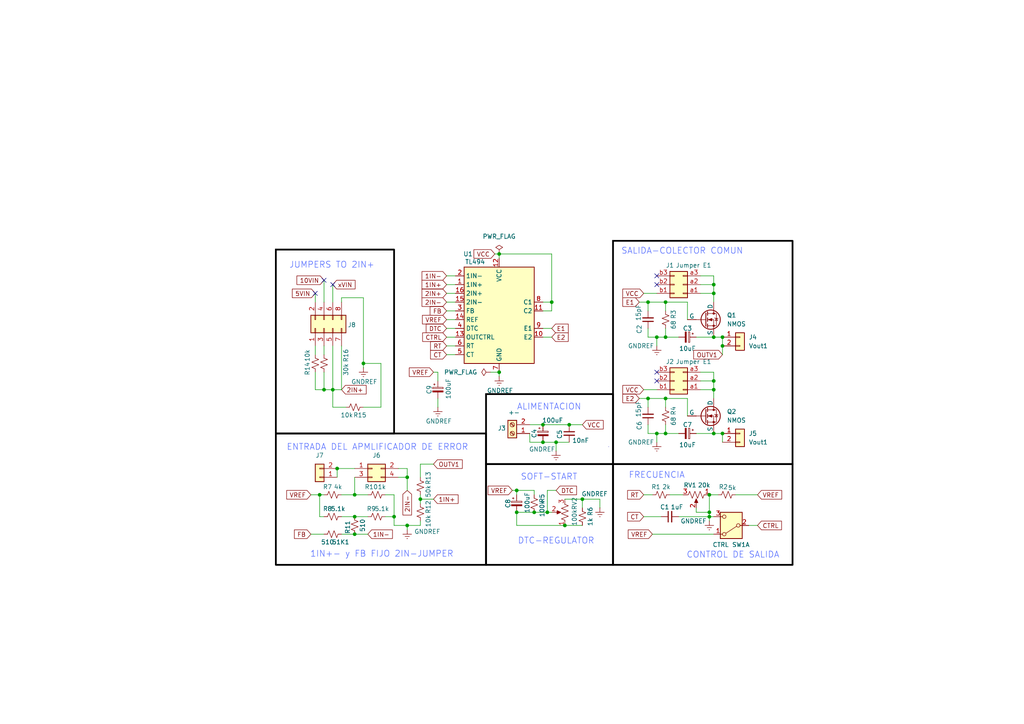
<source format=kicad_sch>
(kicad_sch (version 20231120) (generator "eeschema") (generator_version "8.0")
  (paper "A4")
  (lib_symbols
    (symbol "Connector:Screw_Terminal_01x02" (pin_names (offset 1.016) hide)
      (property "Reference" "J" (at 0 2.54 0))
      (property "Value" "Screw_Terminal_01x02" (at 0 -5.08 0))
      (symbol "Screw_Terminal_01x02_1_1"
        (rectangle (start -1.27 1.27) (end 1.27 -3.81) (stroke (width 0.254)) (fill (type background)))
        (circle (center 0 -2.54) (radius 0.635) (stroke (width 0.1524)))
        (polyline (pts (xy -0.5334 -2.2098) (xy 0.3302 -3.048)) (stroke (width 0.1524)))
        (polyline (pts (xy -0.5334 0.3302) (xy 0.3302 -0.508)) (stroke (width 0.1524)))
        (polyline (pts (xy -0.3556 -2.032) (xy 0.508 -2.8702)) (stroke (width 0.1524)))
        (polyline (pts (xy -0.3556 0.508) (xy 0.508 -0.3302)) (stroke (width 0.1524)))
        (circle (center 0 0) (radius 0.635) (stroke (width 0.1524)))
        (pin passive line (at -5.08 0 0) (length 3.81) (name "Pin_1") (number "1"))
        (pin passive line (at -5.08 -2.54 0) (length 3.81) (name "Pin_2") (number "2"))
      )
    )
    (symbol "Connector_Generic:Conn_01x02" (pin_names (offset 1.016) hide)
      (property "Reference" "J" (at 0 2.54 0))
      (property "Value" "Conn_01x02" (at 0 -5.08 0))
      (symbol "Conn_01x02_1_1"
        (rectangle (start -1.27 -2.413) (end 0 -2.667) (stroke (width 0.1524)))
        (rectangle (start -1.27 0.127) (end 0 -0.127) (stroke (width 0.1524)))
        (rectangle (start -1.27 1.27) (end 1.27 -3.81) (stroke (width 0.254)) (fill (type background)))
        (pin passive line (at -5.08 0 0) (length 3.81) (name "Pin_1") (number "1"))
        (pin passive line (at -5.08 -2.54 0) (length 3.81) (name "Pin_2") (number "2"))
      )
    )
    (symbol "Connector_Generic:Conn_02x02_Odd_Even" (pin_names (offset 1.016) hide)
      (property "Reference" "J" (at 1.27 2.54 0))
      (property "Value" "Conn_02x02_Odd_Even" (at 1.27 -5.08 0))
      (symbol "Conn_02x02_Odd_Even_1_1"
        (rectangle (start -1.27 -2.413) (end 0 -2.667) (stroke (width 0.1524)))
        (rectangle (start -1.27 0.127) (end 0 -0.127) (stroke (width 0.1524)))
        (rectangle (start -1.27 1.27) (end 3.81 -3.81) (stroke (width 0.254)) (fill (type background)))
        (rectangle (start 3.81 -2.413) (end 2.54 -2.667) (stroke (width 0.1524)))
        (rectangle (start 3.81 0.127) (end 2.54 -0.127) (stroke (width 0.1524)))
        (pin passive line (at -5.08 0 0) (length 3.81) (name "Pin_1") (number "1"))
        (pin passive line (at 7.62 0 180) (length 3.81) (name "Pin_2") (number "2"))
        (pin passive line (at -5.08 -2.54 0) (length 3.81) (name "Pin_3") (number "3"))
        (pin passive line (at 7.62 -2.54 180) (length 3.81) (name "Pin_4") (number "4"))
      )
    )
    (symbol "Connector_Generic:Conn_02x03_Row_Letter_First" (pin_names (offset 1.016) hide)
      (property "Reference" "J" (at 1.27 5.08 0))
      (property "Value" "Conn_02x03_Row_Letter_First" (at 1.27 -5.08 0))
      (symbol "Conn_02x03_Row_Letter_First_1_1"
        (rectangle (start -1.27 -2.413) (end 0 -2.667) (stroke (width 0.1524)))
        (rectangle (start -1.27 0.127) (end 0 -0.127) (stroke (width 0.1524)))
        (rectangle (start -1.27 2.667) (end 0 2.413) (stroke (width 0.1524)))
        (rectangle (start -1.27 3.81) (end 3.81 -3.81) (stroke (width 0.254)) (fill (type background)))
        (rectangle (start 3.81 -2.413) (end 2.54 -2.667) (stroke (width 0.1524)))
        (rectangle (start 3.81 0.127) (end 2.54 -0.127) (stroke (width 0.1524)))
        (rectangle (start 3.81 2.667) (end 2.54 2.413) (stroke (width 0.1524)))
        (pin passive line (at -5.08 2.54 0) (length 3.81) (name "Pin_a1") (number "a1"))
        (pin passive line (at -5.08 0 0) (length 3.81) (name "Pin_a2") (number "a2"))
        (pin passive line (at -5.08 -2.54 0) (length 3.81) (name "Pin_a3") (number "a3"))
        (pin passive line (at 7.62 2.54 180) (length 3.81) (name "Pin_b1") (number "b1"))
        (pin passive line (at 7.62 0 180) (length 3.81) (name "Pin_b2") (number "b2"))
        (pin passive line (at 7.62 -2.54 180) (length 3.81) (name "Pin_b3") (number "b3"))
      )
    )
    (symbol "Connector_Generic:Conn_02x04_Odd_Even" (pin_names (offset 1.016) hide)
      (property "Reference" "J" (at 1.27 5.08 0))
      (property "Value" "Conn_02x04_Odd_Even" (at 1.27 -7.62 0))
      (symbol "Conn_02x04_Odd_Even_1_1"
        (rectangle (start -1.27 -4.953) (end 0 -5.207) (stroke (width 0.1524)))
        (rectangle (start -1.27 -2.413) (end 0 -2.667) (stroke (width 0.1524)))
        (rectangle (start -1.27 0.127) (end 0 -0.127) (stroke (width 0.1524)))
        (rectangle (start -1.27 2.667) (end 0 2.413) (stroke (width 0.1524)))
        (rectangle (start -1.27 3.81) (end 3.81 -6.35) (stroke (width 0.254)) (fill (type background)))
        (rectangle (start 3.81 -4.953) (end 2.54 -5.207) (stroke (width 0.1524)))
        (rectangle (start 3.81 -2.413) (end 2.54 -2.667) (stroke (width 0.1524)))
        (rectangle (start 3.81 0.127) (end 2.54 -0.127) (stroke (width 0.1524)))
        (rectangle (start 3.81 2.667) (end 2.54 2.413) (stroke (width 0.1524)))
        (pin passive line (at -5.08 2.54 0) (length 3.81) (name "Pin_1") (number "1"))
        (pin passive line (at 7.62 2.54 180) (length 3.81) (name "Pin_2") (number "2"))
        (pin passive line (at -5.08 0 0) (length 3.81) (name "Pin_3") (number "3"))
        (pin passive line (at 7.62 0 180) (length 3.81) (name "Pin_4") (number "4"))
        (pin passive line (at -5.08 -2.54 0) (length 3.81) (name "Pin_5") (number "5"))
        (pin passive line (at 7.62 -2.54 180) (length 3.81) (name "Pin_6") (number "6"))
        (pin passive line (at -5.08 -5.08 0) (length 3.81) (name "Pin_7") (number "7"))
        (pin passive line (at 7.62 -5.08 180) (length 3.81) (name "Pin_8") (number "8"))
      )
    )
    (symbol "Device:C_Polarized_Small" (pin_numbers hide) (pin_names (offset 0.254) hide)
      (property "Reference" "C" (at 0.254 1.778 0))
      (property "Value" "C_Polarized_Small" (at 0.254 -2.032 0))
      (symbol "C_Polarized_Small_0_1"
        (rectangle (start -1.524 -0.3048) (end 1.524 -0.6858) (fill (type outline)))
        (rectangle (start -1.524 0.6858) (end 1.524 0.3048))
        (polyline (pts (xy -1.27 1.524) (xy -0.762 1.524)))
        (polyline (pts (xy -1.016 1.27) (xy -1.016 1.778)))
      )
      (symbol "C_Polarized_Small_1_1"
        (pin passive line (at 0 2.54 270) (length 1.8542) (name "~") (number "1"))
        (pin passive line (at 0 -2.54 90) (length 1.8542) (name "~") (number "2"))
      )
    )
    (symbol "Device:C_Small" (pin_numbers hide) (pin_names (offset 0.254) hide)
      (property "Reference" "C" (at 0.254 1.778 0))
      (property "Value" "C_Small" (at 0.254 -2.032 0))
      (symbol "C_Small_0_1"
        (polyline (pts (xy -1.524 -0.508) (xy 1.524 -0.508)) (stroke (width 0.3302)))
        (polyline (pts (xy -1.524 0.508) (xy 1.524 0.508)) (stroke (width 0.3048)))
      )
      (symbol "C_Small_1_1"
        (pin passive line (at 0 2.54 270) (length 2.032) (name "~") (number "1"))
        (pin passive line (at 0 -2.54 90) (length 2.032) (name "~") (number "2"))
      )
    )
    (symbol "Device:R_Potentiometer_US" (pin_names (offset 1.016) hide)
      (property "Reference" "RV" (at -4.445 0 90))
      (property "Value" "R_Potentiometer_US" (at -2.54 0 90))
      (symbol "R_Potentiometer_US_0_1"
        (polyline (pts (xy 0 -2.286) (xy 0 -2.54)))
        (polyline (pts (xy 0 2.54) (xy 0 2.286)))
        (polyline (pts (xy 2.54 0) (xy 1.524 0)))
        (polyline (pts (xy 1.143 0) (xy 2.286 0.508) (xy 2.286 -0.508) (xy 1.143 0)) (fill (type outline)))
        (polyline (pts (xy 0 -0.762) (xy 1.016 -1.143) (xy 0 -1.524) (xy -1.016 -1.905) (xy 0 -2.286)))
        (polyline (pts (xy 0 0.762) (xy 1.016 0.381) (xy 0 0) (xy -1.016 -0.381) (xy 0 -0.762)))
        (polyline (pts (xy 0 2.286) (xy 1.016 1.905) (xy 0 1.524) (xy -1.016 1.143) (xy 0 0.762)))
      )
      (symbol "R_Potentiometer_US_1_1"
        (pin passive line (at 0 3.81 270) (length 1.27) (name "1") (number "1"))
        (pin passive line (at 3.81 0 180) (length 1.27) (name "2") (number "2"))
        (pin passive line (at 0 -3.81 90) (length 1.27) (name "3") (number "3"))
      )
    )
    (symbol "Device:R_Small_US" (pin_numbers hide) (pin_names (offset 0.254) hide)
      (property "Reference" "R" (at 0.762 0.508 0))
      (property "Value" "R_Small_US" (at 0.762 -1.016 0))
      (symbol "R_Small_US_1_1"
        (polyline (pts (xy 0 0) (xy 1.016 -0.381) (xy 0 -0.762) (xy -1.016 -1.143) (xy 0 -1.524)))
        (polyline (pts (xy 0 1.524) (xy 1.016 1.143) (xy 0 0.762) (xy -1.016 0.381) (xy 0 0)))
        (pin passive line (at 0 2.54 270) (length 1.016) (name "~") (number "1"))
        (pin passive line (at 0 -2.54 90) (length 1.016) (name "~") (number "2"))
      )
    )
    (symbol "Regulator_Controller:TL494"
      (property "Reference" "U" (at 3.81 19.05 0))
      (property "Value" "TL494" (at 3.81 16.51 0))
      (symbol "TL494_0_1"
        (rectangle (start -10.16 -12.7) (end 10.16 15.24) (stroke (width 0.254)) (fill (type background)))
      )
      (symbol "TL494_1_1"
        (pin input line (at -12.7 10.16 0) (length 2.54) (name "1IN+") (number "1"))
        (pin passive line (at 12.7 -5.08 180) (length 2.54) (name "E2") (number "10"))
        (pin passive line (at 12.7 2.54 180) (length 2.54) (name "C2") (number "11"))
        (pin power_in line (at 0 17.78 270) (length 2.54) (name "VCC") (number "12"))
        (pin input line (at -12.7 -5.08 0) (length 2.54) (name "OUTCTRL") (number "13"))
        (pin power_out line (at -12.7 0 0) (length 2.54) (name "REF") (number "14"))
        (pin input line (at -12.7 5.08 0) (length 2.54) (name "2IN-") (number "15"))
        (pin input line (at -12.7 7.62 0) (length 2.54) (name "2IN+") (number "16"))
        (pin input line (at -12.7 12.7 0) (length 2.54) (name "1IN-") (number "2"))
        (pin output line (at -12.7 2.54 0) (length 2.54) (name "FB") (number "3"))
        (pin input line (at -12.7 -2.54 0) (length 2.54) (name "DTC") (number "4"))
        (pin passive line (at -12.7 -10.16 0) (length 2.54) (name "CT") (number "5"))
        (pin passive line (at -12.7 -7.62 0) (length 2.54) (name "RT") (number "6"))
        (pin power_in line (at 0 -15.24 90) (length 2.54) (name "GND") (number "7"))
        (pin passive line (at 12.7 5.08 180) (length 2.54) (name "C1") (number "8"))
        (pin passive line (at 12.7 -2.54 180) (length 2.54) (name "E1") (number "9"))
      )
    )
    (symbol "Simulation_SPICE:NMOS" (pin_numbers hide) (pin_names (offset 0))
      (property "Reference" "Q" (at 5.08 1.27 0))
      (property "Value" "NMOS" (at 5.08 -1.27 0))
      (symbol "NMOS_0_1"
        (polyline (pts (xy 0.254 0) (xy -2.54 0)))
        (polyline (pts (xy 0.254 1.905) (xy 0.254 -1.905)) (stroke (width 0.254)))
        (polyline (pts (xy 0.762 -1.27) (xy 0.762 -2.286)) (stroke (width 0.254)))
        (polyline (pts (xy 0.762 0.508) (xy 0.762 -0.508)) (stroke (width 0.254)))
        (polyline (pts (xy 0.762 2.286) (xy 0.762 1.27)) (stroke (width 0.254)))
        (polyline (pts (xy 2.54 2.54) (xy 2.54 1.778)))
        (polyline (pts (xy 2.54 -2.54) (xy 2.54 0) (xy 0.762 0)))
        (polyline (pts (xy 0.762 -1.778) (xy 3.302 -1.778) (xy 3.302 1.778) (xy 0.762 1.778)))
        (polyline (pts (xy 1.016 0) (xy 2.032 0.381) (xy 2.032 -0.381) (xy 1.016 0)) (fill (type outline)))
        (polyline (pts (xy 2.794 0.508) (xy 2.921 0.381) (xy 3.683 0.381) (xy 3.81 0.254)))
        (polyline (pts (xy 3.302 0.381) (xy 2.921 -0.254) (xy 3.683 -0.254) (xy 3.302 0.381)))
        (circle (center 1.651 0) (radius 2.794) (stroke (width 0.254)))
        (circle (center 2.54 -1.778) (radius 0.254) (fill (type outline)))
        (circle (center 2.54 1.778) (radius 0.254) (fill (type outline)))
      )
      (symbol "NMOS_1_1"
        (pin passive line (at 2.54 5.08 270) (length 2.54) (name "D") (number "1"))
        (pin input line (at -5.08 0 0) (length 2.54) (name "G") (number "2"))
        (pin passive line (at 2.54 -5.08 90) (length 2.54) (name "S") (number "3"))
      )
    )
    (symbol "Switch:SW_DPDT_x2" (pin_names (offset 0) hide)
      (property "Reference" "SW" (at 0 5.08 0))
      (property "Value" "SW_DPDT_x2" (at 0 -5.08 0))
      (symbol "SW_DPDT_x2_0_0"
        (circle (center -2.032 0) (radius 0.508))
        (circle (center 2.032 -2.54) (radius 0.508))
      )
      (symbol "SW_DPDT_x2_0_1"
        (rectangle (start -3.175 3.81) (end 3.175 -3.81) (stroke (width 0.254)) (fill (type background)))
        (polyline (pts (xy -1.524 0.254) (xy 1.5748 2.286)))
        (circle (center 2.032 2.54) (radius 0.508))
      )
      (symbol "SW_DPDT_x2_1_1"
        (pin passive line (at 5.08 2.54 180) (length 2.54) (name "A") (number "1"))
        (pin passive line (at -5.08 0 0) (length 2.54) (name "B") (number "2"))
        (pin passive line (at 5.08 -2.54 180) (length 2.54) (name "C") (number "3"))
      )
      (symbol "SW_DPDT_x2_2_1"
        (pin passive line (at 5.08 2.54 180) (length 2.54) (name "A") (number "4"))
        (pin passive line (at -5.08 0 0) (length 2.54) (name "B") (number "5"))
        (pin passive line (at 5.08 -2.54 180) (length 2.54) (name "C") (number "6"))
      )
    )
    (symbol "power:GNDREF" (power) (pin_numbers hide) (pin_names (offset 0) hide)
      (property "Value" "GNDREF" (at 0 -3.81 0))
      (symbol "GNDREF_0_1"
        (polyline (pts (xy -0.635 -1.905) (xy 0.635 -1.905)))
        (polyline (pts (xy -0.127 -2.54) (xy 0.127 -2.54)))
        (polyline (pts (xy 0 -1.27) (xy 0 0)))
        (polyline (pts (xy 1.27 -1.27) (xy -1.27 -1.27)))
      )
      (symbol "GNDREF_1_1"
        (pin power_in line (at 0 0 270) (length 0) (name "~") (number "1"))
      )
    )
    (symbol "power:PWR_FLAG" (power) (pin_numbers hide) (pin_names (offset 0) hide)
      (property "Value" "PWR_FLAG" (at 0 3.81 0))
      (symbol "PWR_FLAG_0_0"
        (pin power_out line (at 0 0 90) (length 0) (name "~") (number "1"))
      )
      (symbol "PWR_FLAG_0_1"
        (polyline (pts (xy 0 0) (xy 0 1.27) (xy -1.016 1.905) (xy 0 2.54) (xy 1.016 1.905) (xy 0 1.27)))
      )
    )
  )
  (junction (at 190.5 97.79))
  (junction (at 207.01 82.55))
  (junction (at 121.92 144.78))
  (junction (at 207.01 85.09))
  (junction (at 187.96 115.57))
  (junction (at 93.98 113.03))
  (junction (at 163.83 152.4))
  (junction (at 92.71 143.51))
  (junction (at 193.04 87.63))
  (junction (at 205.74 149.86))
  (junction (at 205.74 143.51))
  (junction (at 97.79 135.89))
  (junction (at 161.29 128.27))
  (junction (at 190.5 125.73))
  (junction (at 114.3 149.86))
  (junction (at 207.01 110.49))
  (junction (at 158.75 148.59))
  (junction (at 102.87 143.51))
  (junction (at 102.87 149.86))
  (junction (at 160.02 87.63))
  (junction (at 96.52 113.03))
  (junction (at 207.01 125.73))
  (junction (at 102.87 154.94))
  (junction (at 209.55 97.79))
  (junction (at 187.96 87.63))
  (junction (at 165.1 123.19))
  (junction (at 118.11 152.4))
  (junction (at 149.86 148.59))
  (junction (at 157.48 128.27))
  (junction (at 193.04 125.73))
  (junction (at 144.78 107.95))
  (junction (at 193.04 97.79))
  (junction (at 105.41 105.41))
  (junction (at 207.01 97.79))
  (junction (at 157.48 123.19))
  (junction (at 193.04 115.57))
  (junction (at 168.91 144.78))
  (junction (at 205.74 148.59))
  (junction (at 154.94 148.59))
  (junction (at 207.01 113.03))
  (junction (at 209.55 100.33))
  (junction (at 118.11 138.43))
  (junction (at 144.78 73.66))
  (junction (at 209.55 125.73))
  (junction (at 149.86 142.24))
  (no_connect (at 91.44 85.09))
  (no_connect (at 190.5 80.01))
  (no_connect (at 93.98 81.28))
  (no_connect (at 190.5 82.55))
  (no_connect (at 190.5 107.95))
  (no_connect (at 190.5 110.49))
  (no_connect (at 96.52 82.55))
  (wire (pts (xy 149.86 148.59) (xy 154.94 148.59)))
  (wire (pts (xy 205.74 149.86) (xy 207.01 149.86)))
  (wire (pts (xy 196.85 149.86) (xy 205.74 149.86)))
  (wire (pts (xy 99.06 154.94) (xy 102.87 154.94)))
  (wire (pts (xy 160.02 73.66) (xy 160.02 87.63)))
  (wire (pts (xy 207.01 80.01) (xy 207.01 82.55)))
  (wire (pts (xy 121.92 134.62) (xy 125.73 134.62)))
  (wire (pts (xy 96.52 82.55) (xy 96.52 87.63)))
  (wire (pts (xy 127 107.95) (xy 127 110.49)))
  (wire (pts (xy 91.44 100.33) (xy 91.44 102.87)))
  (wire (pts (xy 129.54 95.25) (xy 132.08 95.25)))
  (wire (pts (xy 193.04 125.73) (xy 196.85 125.73)))
  (wire (pts (xy 187.96 125.73) (xy 190.5 125.73)))
  (wire (pts (xy 92.71 143.51) (xy 93.98 143.51)))
  (wire (pts (xy 205.74 149.86) (xy 205.74 151.13)))
  (wire (pts (xy 144.78 73.66) (xy 144.78 74.93)))
  (wire (pts (xy 168.91 144.78) (xy 168.91 147.32)))
  (wire (pts (xy 199.39 92.71) (xy 199.39 87.63)))
  (wire (pts (xy 93.98 81.28) (xy 93.98 87.63)))
  (wire (pts (xy 114.3 143.51) (xy 114.3 149.86)))
  (wire (pts (xy 207.01 107.95) (xy 203.2 107.95)))
  (wire (pts (xy 205.74 143.51) (xy 208.28 143.51)))
  (wire (pts (xy 93.98 113.03) (xy 96.52 113.03)))
  (wire (pts (xy 187.96 90.17) (xy 187.96 87.63)))
  (wire (pts (xy 91.44 85.09) (xy 91.44 87.63)))
  (wire (pts (xy 173.99 144.78) (xy 168.91 144.78)))
  (wire (pts (xy 111.76 143.51) (xy 114.3 143.51)))
  (wire (pts (xy 115.57 138.43) (xy 118.11 138.43)))
  (wire (pts (xy 213.36 143.51) (xy 219.71 143.51)))
  (wire (pts (xy 148.59 142.24) (xy 149.86 142.24)))
  (wire (pts (xy 190.5 125.73) (xy 190.5 128.27)))
  (wire (pts (xy 157.48 87.63) (xy 160.02 87.63)))
  (wire (pts (xy 93.98 149.86) (xy 92.71 149.86)))
  (wire (pts (xy 157.48 90.17) (xy 160.02 90.17)))
  (wire (pts (xy 129.54 92.71) (xy 132.08 92.71)))
  (wire (pts (xy 193.04 123.19) (xy 193.04 125.73)))
  (wire (pts (xy 205.74 149.86) (xy 205.74 148.59)))
  (wire (pts (xy 187.96 95.25) (xy 187.96 97.79)))
  (wire (pts (xy 186.69 113.03) (xy 190.5 113.03)))
  (wire (pts (xy 118.11 138.43) (xy 118.11 142.24)))
  (wire (pts (xy 154.94 148.59) (xy 158.75 148.59)))
  (wire (pts (xy 118.11 135.89) (xy 118.11 138.43)))
  (wire (pts (xy 193.04 95.25) (xy 193.04 97.79)))
  (wire (pts (xy 203.2 85.09) (xy 207.01 85.09)))
  (wire (pts (xy 127 115.57) (xy 127 118.11)))
  (wire (pts (xy 157.48 97.79) (xy 160.02 97.79)))
  (wire (pts (xy 207.01 82.55) (xy 207.01 85.09)))
  (wire (pts (xy 153.67 128.27) (xy 157.48 128.27)))
  (wire (pts (xy 203.2 82.55) (xy 207.01 82.55)))
  (wire (pts (xy 207.01 125.73) (xy 209.55 125.73)))
  (wire (pts (xy 102.87 154.94) (xy 106.68 154.94)))
  (wire (pts (xy 99.06 87.63) (xy 99.06 86.36)))
  (wire (pts (xy 193.04 97.79) (xy 196.85 97.79)))
  (wire (pts (xy 209.55 100.33) (xy 209.55 102.87)))
  (wire (pts (xy 163.83 152.4) (xy 168.91 152.4)))
  (wire (pts (xy 96.52 118.11) (xy 96.52 113.03)))
  (wire (pts (xy 96.52 113.03) (xy 99.06 113.03)))
  (wire (pts (xy 92.71 149.86) (xy 92.71 143.51)))
  (wire (pts (xy 93.98 154.94) (xy 90.17 154.94)))
  (wire (pts (xy 97.79 135.89) (xy 102.87 135.89)))
  (wire (pts (xy 207.01 107.95) (xy 207.01 110.49)))
  (wire (pts (xy 187.96 87.63) (xy 193.04 87.63)))
  (wire (pts (xy 201.93 147.32) (xy 201.93 148.59)))
  (wire (pts (xy 209.55 125.73) (xy 209.55 128.27)))
  (wire (pts (xy 115.57 135.89) (xy 118.11 135.89)))
  (wire (pts (xy 114.3 152.4) (xy 118.11 152.4)))
  (wire (pts (xy 114.3 149.86) (xy 114.3 152.4)))
  (wire (pts (xy 186.69 143.51) (xy 189.23 143.51)))
  (wire (pts (xy 205.74 148.59) (xy 205.74 143.51)))
  (wire (pts (xy 105.41 105.41) (xy 105.41 106.68)))
  (wire (pts (xy 201.93 148.59) (xy 205.74 148.59)))
  (wire (pts (xy 91.44 113.03) (xy 93.98 113.03)))
  (wire (pts (xy 110.49 118.11) (xy 110.49 105.41)))
  (wire (pts (xy 102.87 149.86) (xy 106.68 149.86)))
  (wire (pts (xy 129.54 85.09) (xy 132.08 85.09)))
  (wire (pts (xy 99.06 143.51) (xy 102.87 143.51)))
  (wire (pts (xy 149.86 142.24) (xy 154.94 142.24)))
  (wire (pts (xy 93.98 100.33) (xy 93.98 102.87)))
  (wire (pts (xy 193.04 87.63) (xy 193.04 90.17)))
  (wire (pts (xy 143.51 73.66) (xy 144.78 73.66)))
  (wire (pts (xy 203.2 110.49) (xy 207.01 110.49)))
  (wire (pts (xy 160.02 87.63) (xy 160.02 90.17)))
  (wire (pts (xy 207.01 97.79) (xy 209.55 97.79)))
  (wire (pts (xy 187.96 97.79) (xy 190.5 97.79)))
  (wire (pts (xy 207.01 110.49) (xy 207.01 113.03)))
  (wire (pts (xy 129.54 82.55) (xy 132.08 82.55)))
  (wire (pts (xy 129.54 102.87) (xy 132.08 102.87)))
  (wire (pts (xy 91.44 107.95) (xy 91.44 113.03)))
  (wire (pts (xy 207.01 113.03) (xy 207.01 115.57)))
  (wire (pts (xy 201.93 97.79) (xy 207.01 97.79)))
  (wire (pts (xy 190.5 97.79) (xy 190.5 100.33)))
  (wire (pts (xy 129.54 100.33) (xy 132.08 100.33)))
  (wire (pts (xy 90.17 143.51) (xy 92.71 143.51)))
  (wire (pts (xy 129.54 87.63) (xy 132.08 87.63)))
  (wire (pts (xy 105.41 118.11) (xy 110.49 118.11)))
  (wire (pts (xy 153.67 123.19) (xy 157.48 123.19)))
  (wire (pts (xy 193.04 115.57) (xy 193.04 118.11)))
  (wire (pts (xy 186.69 85.09) (xy 190.5 85.09)))
  (wire (pts (xy 187.96 118.11) (xy 187.96 115.57)))
  (wire (pts (xy 187.96 115.57) (xy 193.04 115.57)))
  (wire (pts (xy 217.17 152.4) (xy 219.71 152.4)))
  (wire (pts (xy 129.54 90.17) (xy 132.08 90.17)))
  (wire (pts (xy 121.92 151.13) (xy 121.92 152.4)))
  (wire (pts (xy 111.76 149.86) (xy 114.3 149.86)))
  (wire (pts (xy 110.49 105.41) (xy 105.41 105.41)))
  (wire (pts (xy 161.29 142.24) (xy 158.75 142.24)))
  (wire (pts (xy 102.87 138.43) (xy 102.87 143.51)))
  (wire (pts (xy 190.5 97.79) (xy 193.04 97.79)))
  (wire (pts (xy 121.92 152.4) (xy 118.11 152.4)))
  (wire (pts (xy 185.42 87.63) (xy 187.96 87.63)))
  (wire (pts (xy 199.39 120.65) (xy 199.39 115.57)))
  (wire (pts (xy 100.33 118.11) (xy 96.52 118.11)))
  (wire (pts (xy 163.83 144.78) (xy 168.91 144.78)))
  (wire (pts (xy 189.23 154.94) (xy 207.01 154.94)))
  (wire (pts (xy 144.78 73.66) (xy 160.02 73.66)))
  (wire (pts (xy 157.48 128.27) (xy 161.29 128.27)))
  (wire (pts (xy 99.06 86.36) (xy 105.41 86.36)))
  (wire (pts (xy 207.01 80.01) (xy 203.2 80.01)))
  (wire (pts (xy 161.29 128.27) (xy 161.29 130.81)))
  (wire (pts (xy 161.29 128.27) (xy 165.1 128.27)))
  (wire (pts (xy 209.55 97.79) (xy 209.55 100.33)))
  (wire (pts (xy 187.96 123.19) (xy 187.96 125.73)))
  (wire (pts (xy 97.79 135.89) (xy 97.79 138.43)))
  (wire (pts (xy 194.31 143.51) (xy 198.12 143.51)))
  (wire (pts (xy 144.78 109.22) (xy 144.78 107.95)))
  (wire (pts (xy 158.75 142.24) (xy 158.75 148.59)))
  (wire (pts (xy 165.1 123.19) (xy 168.91 123.19)))
  (wire (pts (xy 153.67 125.73) (xy 153.67 128.27)))
  (wire (pts (xy 157.48 123.19) (xy 165.1 123.19)))
  (wire (pts (xy 118.11 152.4) (xy 118.11 153.67)))
  (wire (pts (xy 201.93 125.73) (xy 207.01 125.73)))
  (wire (pts (xy 129.54 97.79) (xy 132.08 97.79)))
  (wire (pts (xy 99.06 100.33) (xy 99.06 113.03)))
  (wire (pts (xy 199.39 115.57) (xy 193.04 115.57)))
  (wire (pts (xy 125.73 107.95) (xy 127 107.95)))
  (wire (pts (xy 173.99 147.32) (xy 173.99 144.78)))
  (wire (pts (xy 157.48 95.25) (xy 160.02 95.25)))
  (wire (pts (xy 203.2 113.03) (xy 207.01 113.03)))
  (wire (pts (xy 163.83 152.4) (xy 149.86 152.4)))
  (wire (pts (xy 102.87 143.51) (xy 106.68 143.51)))
  (wire (pts (xy 121.92 144.78) (xy 125.73 144.78)))
  (wire (pts (xy 96.52 100.33) (xy 96.52 113.03)))
  (wire (pts (xy 186.69 149.86) (xy 191.77 149.86)))
  (wire (pts (xy 99.06 149.86) (xy 102.87 149.86)))
  (wire (pts (xy 129.54 80.01) (xy 132.08 80.01)))
  (wire (pts (xy 190.5 125.73) (xy 193.04 125.73)))
  (wire (pts (xy 142.24 107.95) (xy 144.78 107.95)))
  (wire (pts (xy 185.42 115.57) (xy 187.96 115.57)))
  (wire (pts (xy 93.98 107.95) (xy 93.98 113.03)))
  (wire (pts (xy 158.75 148.59) (xy 160.02 148.59)))
  (wire (pts (xy 154.94 142.24) (xy 154.94 143.51)))
  (wire (pts (xy 121.92 144.78) (xy 121.92 146.05)))
  (wire (pts (xy 149.86 152.4) (xy 149.86 148.59)))
  (wire (pts (xy 121.92 138.43) (xy 121.92 134.62)))
  (wire (pts (xy 149.86 142.24) (xy 149.86 143.51)))
  (wire (pts (xy 121.92 143.51) (xy 121.92 144.78)))
  (wire (pts (xy 199.39 87.63) (xy 193.04 87.63)))
  (wire (pts (xy 105.41 86.36) (xy 105.41 105.41)))
  (wire (pts (xy 207.01 85.09) (xy 207.01 87.63)))
  (rectangle (start 177.8 69.85) (end 229.87 134.62) (stroke (width 0.508) (color 0 0 0 1)))
  (rectangle (start 140.97 114.3) (end 177.8 134.62) (stroke (width 0.508) (color 0 0 0 1)))
  (rectangle (start 80.01 125.73) (end 140.97 163.83) (stroke (width 0.508) (color 0 0 0 1)))
  (rectangle (start 140.97 134.62) (end 177.8 163.83) (stroke (width 0.508) (color 0 0 0 1)))
  (rectangle (start 176.53 129.54) (end 176.53 129.54))
  (rectangle (start 80.01 72.39) (end 114.3 125.73) (stroke (width 0.508) (color 0 0 0 1)))
  (rectangle (start 177.8 134.62) (end 229.87 163.83) (stroke (width 0.508) (color 0 0 0 1)))
  (text "ENTRADA DEL APMLIFICADOR DE ERROR\n" (at 109.474 129.794 0) (effects (font (size 1.778 1.778))))
  (text "1IN+- y FB FIJO 2IN-JUMPER" (at 110.744 160.782 0) (effects (font (size 1.778 1.778))))
  (text "JUMPERS TO 2IN+\n" (at 96.266 76.962 0) (effects (font (size 1.778 1.778))))
  (text "SOFT-START\n" (at 159.258 138.43 0) (effects (font (size 1.778 1.778))))
  (text "DTC-REGULATOR\n" (at 161.29 156.972 0) (effects (font (size 1.778 1.778))))
  (text "CONTROL DE SALIDA\n" (at 212.598 161.036 0) (effects (font (size 1.778 1.778))))
  (text "SALIDA-COLECTOR COMUN\n" (at 197.866 72.898 0) (effects (font (size 1.778 1.778))))
  (text "FRECUENCIA" (at 190.5 137.922 0) (effects (font (size 1.778 1.778))))
  (text "ALIMENTACION\n" (at 159.258 118.11 0) (effects (font (size 1.778 1.778))))
  (global_label "VREF" (shape input) (at 148.59 142.24 180) (property "Intersheetrefs" "${INTERSHEET_REFS}" (effects (hide yes))))
  (global_label "E1" (shape input) (at 160.02 95.25 0) (property "Intersheetrefs" "${INTERSHEET_REFS}" (effects (hide yes))))
  (global_label "xVIN" (shape input) (at 96.52 82.55 0) (property "Intersheetrefs" "${INTERSHEET_REFS}" (effects (hide yes))))
  (global_label "VREF" (shape input) (at 219.71 143.51 0) (property "Intersheetrefs" "${INTERSHEET_REFS}" (effects (hide yes))))
  (global_label "1IN-" (shape input) (at 106.68 154.94 0) (property "Intersheetrefs" "${INTERSHEET_REFS}" (effects (hide yes))))
  (global_label "E2" (shape input) (at 185.42 115.57 180) (property "Intersheetrefs" "${INTERSHEET_REFS}" (effects (hide yes))))
  (global_label "VCC" (shape input) (at 143.51 73.66 180) (property "Intersheetrefs" "${INTERSHEET_REFS}" (effects (hide yes))))
  (global_label "VCC" (shape input) (at 186.69 85.09 180) (property "Intersheetrefs" "${INTERSHEET_REFS}" (effects (hide yes))))
  (global_label "OUTV1" (shape input) (at 209.55 102.87 180) (property "Intersheetrefs" "${INTERSHEET_REFS}" (effects (hide yes))))
  (global_label "VREF" (shape input) (at 90.17 143.51 180) (property "Intersheetrefs" "${INTERSHEET_REFS}" (effects (hide yes))))
  (global_label "10VIN" (shape input) (at 93.98 81.28 180) (property "Intersheetrefs" "${INTERSHEET_REFS}" (effects (hide yes))))
  (global_label "VREF" (shape input) (at 125.73 107.95 180) (property "Intersheetrefs" "${INTERSHEET_REFS}" (effects (hide yes))))
  (global_label "E2" (shape input) (at 160.02 97.79 0) (property "Intersheetrefs" "${INTERSHEET_REFS}" (effects (hide yes))))
  (global_label "FB" (shape input) (at 90.17 154.94 180) (property "Intersheetrefs" "${INTERSHEET_REFS}" (effects (hide yes))))
  (global_label "1IN+" (shape input) (at 129.54 82.55 180) (property "Intersheetrefs" "${INTERSHEET_REFS}" (effects (hide yes))))
  (global_label "FB" (shape input) (at 129.54 90.17 180) (property "Intersheetrefs" "${INTERSHEET_REFS}" (effects (hide yes))))
  (global_label "CT" (shape input) (at 186.69 149.86 180) (property "Intersheetrefs" "${INTERSHEET_REFS}" (effects (hide yes))))
  (global_label "DTC" (shape input) (at 161.29 142.24 0) (property "Intersheetrefs" "${INTERSHEET_REFS}" (effects (hide yes))))
  (global_label "CTRL" (shape input) (at 129.54 97.79 180) (property "Intersheetrefs" "${INTERSHEET_REFS}" (effects (hide yes))))
  (global_label "5VIN" (shape input) (at 91.44 85.09 180) (property "Intersheetrefs" "${INTERSHEET_REFS}" (effects (hide yes))))
  (global_label "DTC" (shape input) (at 129.54 95.25 180) (property "Intersheetrefs" "${INTERSHEET_REFS}" (effects (hide yes))))
  (global_label "2IN-" (shape input) (at 118.11 142.24 270) (property "Intersheetrefs" "${INTERSHEET_REFS}" (effects (hide yes))))
  (global_label "1IN+" (shape input) (at 125.73 144.78 0) (property "Intersheetrefs" "${INTERSHEET_REFS}" (effects (hide yes))))
  (global_label "VREF" (shape input) (at 129.54 92.71 180) (property "Intersheetrefs" "${INTERSHEET_REFS}" (effects (hide yes))))
  (global_label "2IN+" (shape input) (at 129.54 85.09 180) (property "Intersheetrefs" "${INTERSHEET_REFS}" (effects (hide yes))))
  (global_label "VREF" (shape input) (at 189.23 154.94 180) (property "Intersheetrefs" "${INTERSHEET_REFS}" (effects (hide yes))))
  (global_label "1IN-" (shape input) (at 129.54 80.01 180) (property "Intersheetrefs" "${INTERSHEET_REFS}" (effects (hide yes))))
  (global_label "E1" (shape input) (at 185.42 87.63 180) (property "Intersheetrefs" "${INTERSHEET_REFS}" (effects (hide yes))))
  (global_label "CT" (shape input) (at 129.54 102.87 180) (property "Intersheetrefs" "${INTERSHEET_REFS}" (effects (hide yes))))
  (global_label "2IN-" (shape input) (at 129.54 87.63 180) (property "Intersheetrefs" "${INTERSHEET_REFS}" (effects (hide yes))))
  (global_label "VCC" (shape input) (at 186.69 113.03 180) (property "Intersheetrefs" "${INTERSHEET_REFS}" (effects (hide yes))))
  (global_label "RT" (shape input) (at 186.69 143.51 180) (property "Intersheetrefs" "${INTERSHEET_REFS}" (effects (hide yes))))
  (global_label "2IN+" (shape input) (at 99.06 113.03 0) (property "Intersheetrefs" "${INTERSHEET_REFS}" (effects (hide yes))))
  (global_label "VCC" (shape input) (at 168.91 123.19 0) (property "Intersheetrefs" "${INTERSHEET_REFS}" (effects (hide yes))))
  (global_label "OUTV1" (shape input) (at 125.73 134.62 0) (property "Intersheetrefs" "${INTERSHEET_REFS}" (effects (hide yes))))
  (global_label "RT" (shape input) (at 129.54 100.33 180) (property "Intersheetrefs" "${INTERSHEET_REFS}" (effects (hide yes))))
  (global_label "CTRL" (shape input) (at 219.71 152.4 0) (property "Intersheetrefs" "${INTERSHEET_REFS}" (effects (hide yes))))
  (symbol (lib_id "Device:C_Polarized_Small") (at 199.39 97.79 270) (unit 1)
    (property "Reference" "C3" (at 199.39 95.25 90))
    (property "Value" "10uF" (at 199.39 101.092 90))
    (property "Footprint" "Capacitor_THT:CP_Radial_D4.0mm_P2.00mm" (effects (hide yes)))
    (property "Description" "Polarized capacitor, small symbol" (effects (hide yes)))
  )
  (symbol (lib_id "Regulator_Controller:TL494") (at 144.78 92.71 0) (unit 1)
    (property "Reference" "U1" (at 134.366 73.66 0) (effects (justify left)))
    (property "Value" "TL494" (at 134.874 75.946 0) (effects (justify left)))
    (property "Footprint" "Package_DIP:DIP-16_W7.62mm_LongPads" (effects (hide yes)))
    (property "Datasheet" "http://www.ti.com/lit/ds/symlink/tl494.pdf" (effects (hide yes)))
    (property "Description" "Pulse-Width-Modulation Control Circuits, PDIP-16/SOIC-16/TSSOP-16" (effects (hide yes)))
  )
  (symbol (lib_id "power:GNDREF") (at 127 118.11 0) (unit 1)
    (property "Reference" "#PWR09" (effects (hide yes)))
    (property "Value" "GNDREF" (at 127.254 122.174 0))
    (property "Description" "Power symbol creates a global label with name \"GNDREF\" , reference supply ground" (effects (hide yes)))
  )
  (symbol (lib_id "Device:R_Small_US") (at 193.04 120.65 0) (unit 1)
    (property "Reference" "R4" (at 195.326 119.126 90))
    (property "Value" "68" (at 195.326 122.174 90))
    (property "Footprint" "Resistor_THT:R_Axial_DIN0207_L6.3mm_D2.5mm_P10.16mm_Horizontal" (effects (hide yes)))
    (property "Description" "Resistor, small US symbol" (effects (hide yes)))
  )
  (symbol (lib_id "Device:R_Small_US") (at 96.52 143.51 90) (unit 1)
    (property "Reference" "R7" (at 94.996 141.224 90))
    (property "Value" "4k" (at 98.044 141.224 90))
    (property "Footprint" "Resistor_THT:R_Axial_DIN0207_L6.3mm_D2.5mm_P10.16mm_Horizontal" (effects (hide yes)))
    (property "Description" "Resistor, small US symbol" (effects (hide yes)))
  )
  (symbol (lib_id "Device:R_Small_US") (at 109.22 143.51 90) (unit 1)
    (property "Reference" "R10" (at 107.696 141.224 90))
    (property "Value" "1k" (at 110.744 141.224 90))
    (property "Footprint" "Resistor_THT:R_Axial_DIN0207_L6.3mm_D2.5mm_P10.16mm_Horizontal" (effects (hide yes)))
    (property "Description" "Resistor, small US symbol" (effects (hide yes)))
  )
  (symbol (lib_id "power:PWR_FLAG") (at 142.24 107.95 90) (unit 1)
    (property "Reference" "#FLG02" (effects (hide yes)))
    (property "Value" "PWR_FLAG" (at 138.43 107.9499 90) (effects (justify left)))
    (property "Description" "Special symbol for telling ERC where power comes from" (effects (hide yes)))
  )
  (symbol (lib_id "Device:R_Small_US") (at 210.82 143.51 90) (unit 1)
    (property "Reference" "R2" (at 209.804 141.224 90))
    (property "Value" "5k" (at 212.344 141.478 90))
    (property "Description" "Resistor, small US symbol" (effects (hide yes)))
  )
  (symbol (lib_id "power:GNDREF") (at 205.74 151.13 0) (unit 1)
    (property "Reference" "#PWR02" (effects (hide yes)))
    (property "Value" "GNDREF" (at 201.168 151.13 0))
    (property "Description" "Power symbol creates a global label with name \"GNDREF\" , reference supply ground" (effects (hide yes)))
  )
  (symbol (lib_id "Device:R_Small_US") (at 91.44 105.41 180) (unit 1)
    (property "Reference" "R14" (at 89.154 106.934 90))
    (property "Value" "10k" (at 89.154 103.124 90))
    (property "Footprint" "Resistor_THT:R_Axial_DIN0207_L6.3mm_D2.5mm_P10.16mm_Horizontal" (effects (hide yes)))
    (property "Description" "Resistor, small US symbol" (effects (hide yes)))
  )
  (symbol (lib_id "Device:R_Small_US") (at 102.87 152.4 180) (unit 1)
    (property "Reference" "R11" (at 100.838 152.908 90))
    (property "Value" "510" (at 105.156 152.4 90))
    (property "Footprint" "Resistor_THT:R_Axial_DIN0207_L6.3mm_D2.5mm_P10.16mm_Horizontal" (effects (hide yes)))
    (property "Description" "Resistor, small US symbol" (effects (hide yes)))
  )
  (symbol (lib_id "Device:R_Small_US") (at 96.52 154.94 270) (unit 1)
    (property "Reference" "51K1" (at 98.806 157.226 90))
    (property "Value" "510" (at 94.996 157.226 90))
    (property "Footprint" "Resistor_THT:R_Axial_DIN0207_L6.3mm_D2.5mm_P10.16mm_Horizontal" (effects (hide yes)))
    (property "Description" "Resistor, small US symbol" (effects (hide yes)))
  )
  (symbol (lib_id "Device:C_Small") (at 165.1 125.73 0) (unit 1)
    (property "Reference" "C5" (at 162.306 125.984 90))
    (property "Value" "10nF" (at 168.402 127.762 0))
    (property "Footprint" "Capacitor_THT:C_Disc_D3.4mm_W2.1mm_P2.50mm" (effects (hide yes)))
    (property "Description" "Unpolarized capacitor, small symbol" (effects (hide yes)))
  )
  (symbol (lib_id "power:GNDREF") (at 144.78 109.22 0) (unit 1)
    (property "Reference" "#PWR01" (effects (hide yes)))
    (property "Value" "GNDREF" (at 145.034 113.284 0))
    (property "Description" "Power symbol creates a global label with name \"GNDREF\" , reference supply ground" (effects (hide yes)))
  )
  (symbol (lib_id "power:GNDREF") (at 190.5 128.27 0) (unit 1)
    (property "Reference" "#PWR05" (effects (hide yes)))
    (property "Value" "GNDREF" (at 185.928 128.27 0))
    (property "Description" "Power symbol creates a global label with name \"GNDREF\" , reference supply ground" (effects (hide yes)))
  )
  (symbol (lib_id "Device:C_Small") (at 187.96 120.65 180) (unit 1)
    (property "Reference" "C6" (at 185.42 123.444 90))
    (property "Value" "15pF" (at 185.166 118.618 90))
    (property "Footprint" "Capacitor_THT:C_Disc_D3.4mm_W2.1mm_P2.50mm" (effects (hide yes)))
    (property "Description" "Unpolarized capacitor, small symbol" (effects (hide yes)))
  )
  (symbol (lib_id "Device:R_Small_US") (at 93.98 105.41 0) (unit 1)
    (property "Reference" "R16" (at 100.33 103.124 90))
    (property "Value" "30k" (at 100.33 107.188 90))
    (property "Footprint" "Resistor_THT:R_Axial_DIN0207_L6.3mm_D2.5mm_P10.16mm_Horizontal" (effects (hide yes)))
    (property "Description" "Resistor, small US symbol" (effects (hide yes)))
  )
  (symbol (lib_id "Connector_Generic:Conn_01x02") (at 92.71 138.43 180) (unit 1)
    (property "Reference" "J7" (at 92.71 132.08 0))
    (property "Value" "Vout1" (effects (hide yes)))
    (property "Footprint" "Connector_PinSocket_2.54mm:PinSocket_1x02_P2.54mm_Vertical" (effects (hide yes)))
    (property "Description" "Generic connector, single row, 01x02, script generated (kicad-library-utils/schlib/autogen/connector/)" (effects (hide yes)))
  )
  (symbol (lib_id "Connector_Generic:Conn_02x03_Row_Letter_First") (at 198.12 110.49 180) (unit 1)
    (property "Reference" "J2" (at 194.31 104.902 0))
    (property "Value" "Jumper E1" (at 201.168 104.902 0))
    (property "Footprint" "Connector_PinHeader_2.54mm:PinHeader_2x03_P2.54mm_Vertical" (effects (hide yes)))
    (property "Description" "Generic connector, double row, 02x03, row letter first pin numbering scheme (pin number consists of a letter for the row and a number for the pin index in this row. a1, ..., aN; b1, ..., bN), script generated (kicad-library-utils/schlib/autogen/connector/)" (effects (hide yes)))
  )
  (symbol (lib_id "Device:C_Polarized_Small") (at 157.48 125.73 0) (unit 1)
    (property "Reference" "C4" (at 154.94 125.73 90))
    (property "Value" "100uF" (at 160.274 121.92 0))
    (property "Footprint" "Capacitor_THT:CP_Radial_D4.0mm_P2.00mm" (effects (hide yes)))
    (property "Description" "Polarized capacitor, small symbol" (effects (hide yes)))
  )
  (symbol (lib_id "Switch:SW_DPDT_x2") (at 212.09 152.4 180) (unit 1)
    (property "Reference" "SW1" (at 214.884 157.988 0))
    (property "Value" "CTRL" (at 209.042 157.988 0))
    (property "Footprint" "Connector_PinHeader_2.54mm:PinHeader_1x03_P2.54mm_Vertical" (effects (hide yes)))
    (property "Description" "Switch, dual pole double throw, separate symbols" (effects (hide yes)))
  )
  (symbol (lib_id "Connector_Generic:Conn_02x04_Odd_Even") (at 93.98 95.25 90) (unit 1)
    (property "Reference" "J8" (at 100.838 94.234 90) (effects (justify right)))
    (property "Value" "Conn_02x04_Odd_Even" (effects (hide yes)))
    (property "Footprint" "Connector_PinHeader_2.54mm:PinHeader_2x04_P2.54mm_Vertical" (effects (hide yes)))
    (property "Description" "Generic connector, double row, 02x04, odd/even pin numbering scheme (row 1 odd numbers, row 2 even numbers), script generated (kicad-library-utils/schlib/autogen/connector/)" (effects (hide yes)))
  )
  (symbol (lib_id "Device:C_Small") (at 194.31 149.86 90) (unit 1)
    (property "Reference" "C1" (at 192.786 147.066 90))
    (property "Value" "1uF" (at 196.342 147.066 90))
    (property "Footprint" "Capacitor_THT:C_Disc_D3.4mm_W2.1mm_P2.50mm" (effects (hide yes)))
    (property "Description" "Unpolarized capacitor, small symbol" (effects (hide yes)))
  )
  (symbol (lib_id "Connector_Generic:Conn_02x02_Odd_Even") (at 107.95 135.89 0) (unit 1)
    (property "Reference" "J6" (at 109.22 132.08 0))
    (property "Value" "Conn_02x02_Odd_Even" (effects (hide yes)))
    (property "Footprint" "Connector_PinSocket_2.54mm:PinSocket_2x02_P2.54mm_Vertical" (effects (hide yes)))
    (property "Description" "Generic connector, double row, 02x02, odd/even pin numbering scheme (row 1 odd numbers, row 2 even numbers), script generated (kicad-library-utils/schlib/autogen/connector/)" (effects (hide yes)))
  )
  (symbol (lib_id "Device:R_Small_US") (at 96.52 149.86 90) (unit 1)
    (property "Reference" "R8" (at 94.996 147.574 90))
    (property "Value" "5.1k" (at 98.044 147.574 90))
    (property "Footprint" "Resistor_THT:R_Axial_DIN0207_L6.3mm_D2.5mm_P10.16mm_Horizontal" (effects (hide yes)))
    (property "Description" "Resistor, small US symbol" (effects (hide yes)))
  )
  (symbol (lib_id "Simulation_SPICE:NMOS") (at 204.47 120.65 0) (unit 1)
    (property "Reference" "Q2" (at 210.82 119.3799 0) (effects (justify left)))
    (property "Value" "NMOS" (at 210.82 121.9199 0) (effects (justify left)))
    (property "Footprint" "Package_TO_SOT_THT:TO-247-3_Vertical" (effects (hide yes)))
    (property "Datasheet" "https://ngspice.sourceforge.io/docs/ngspice-html-manual/manual.xhtml#cha_MOSFETs" (effects (hide yes)))
    (property "Description" "N-MOSFET transistor, drain/source/gate" (effects (hide yes)))
    (property "Sim.Device" "NMOS" (effects (hide yes)))
    (property "Sim.Type" "VDMOS" (effects (hide yes)))
    (property "Sim.Pins" "1=D 2=G 3=S" (effects (hide yes)))
  )
  (symbol (lib_id "Device:R_Potentiometer_US") (at 201.93 143.51 270) (unit 1)
    (property "Reference" "RV1" (at 200.152 140.716 90))
    (property "Value" "20k" (at 204.216 140.716 90))
    (property "Footprint" "Potentiometer_THT:Potentiometer_Omeg_PC16BU_Vertical" (effects (hide yes)))
    (property "Description" "Potentiometer, US symbol" (effects (hide yes)))
  )
  (symbol (lib_id "Device:R_Small_US") (at 193.04 92.71 0) (unit 1)
    (property "Reference" "R3" (at 195.326 91.186 90))
    (property "Value" "68" (at 195.326 94.234 90))
    (property "Footprint" "Resistor_THT:R_Axial_DIN0207_L6.3mm_D2.5mm_P10.16mm_Horizontal" (effects (hide yes)))
    (property "Description" "Resistor, small US symbol" (effects (hide yes)))
  )
  (symbol (lib_id "Device:R_Small_US") (at 191.77 143.51 90) (unit 1)
    (property "Reference" "R1" (at 190.246 141.224 90))
    (property "Value" "2k" (at 193.294 141.224 90))
    (property "Footprint" "Resistor_THT:R_Axial_DIN0207_L6.3mm_D2.5mm_P10.16mm_Horizontal" (effects (hide yes)))
    (property "Description" "Resistor, small US symbol" (effects (hide yes)))
  )
  (symbol (lib_id "Device:R_Small_US") (at 109.22 149.86 90) (unit 1)
    (property "Reference" "R9" (at 107.696 147.574 90))
    (property "Value" "5.1k" (at 110.744 147.574 90))
    (property "Footprint" "Resistor_THT:R_Axial_DIN0207_L6.3mm_D2.5mm_P10.16mm_Horizontal" (effects (hide yes)))
    (property "Description" "Resistor, small US symbol" (effects (hide yes)))
  )
  (symbol (lib_id "power:PWR_FLAG") (at 144.78 73.66 0) (unit 1)
    (property "Reference" "#FLG01" (effects (hide yes)))
    (property "Value" "PWR_FLAG" (at 144.78 68.58 0))
    (property "Description" "Special symbol for telling ERC where power comes from" (effects (hide yes)))
  )
  (symbol (lib_id "Connector_Generic:Conn_02x03_Row_Letter_First") (at 198.12 82.55 180) (unit 1)
    (property "Reference" "J1" (at 194.31 76.962 0))
    (property "Value" "Jumper E1" (at 201.168 76.962 0))
    (property "Footprint" "Connector_PinHeader_2.54mm:PinHeader_2x03_P2.54mm_Vertical" (effects (hide yes)))
    (property "Description" "Generic connector, double row, 02x03, row letter first pin numbering scheme (pin number consists of a letter for the row and a number for the pin index in this row. a1, ..., aN; b1, ..., bN), script generated (kicad-library-utils/schlib/autogen/connector/)" (effects (hide yes)))
  )
  (symbol (lib_id "Device:R_Small_US") (at 121.92 140.97 0) (unit 1)
    (property "Reference" "R13" (at 124.206 138.684 90))
    (property "Value" "50k" (at 124.206 142.494 90))
    (property "Footprint" "Resistor_THT:R_Axial_DIN0207_L6.3mm_D2.5mm_P10.16mm_Horizontal" (effects (hide yes)))
    (property "Description" "Resistor, small US symbol" (effects (hide yes)))
  )
  (symbol (lib_id "Connector:Screw_Terminal_01x02") (at 148.59 125.73 180) (unit 1)
    (property "Reference" "J3" (at 145.542 124.206 0))
    (property "Value" "+-" (at 149.098 119.634 0))
    (property "Footprint" "TerminalBlock_4Ucon:TerminalBlock_4Ucon_1x02_P3.50mm_Horizontal" (effects (hide yes)))
    (property "Description" "Generic screw terminal, single row, 01x02, script generated (kicad-library-utils/schlib/autogen/connector/)" (effects (hide yes)))
  )
  (symbol (lib_id "Device:R_Small_US") (at 121.92 148.59 0) (unit 1)
    (property "Reference" "R12" (at 124.206 147.066 90))
    (property "Value" "10k" (at 124.206 151.13 90))
    (property "Footprint" "Resistor_THT:R_Axial_DIN0207_L6.3mm_D2.5mm_P10.16mm_Horizontal" (effects (hide yes)))
    (property "Description" "Resistor, small US symbol" (effects (hide yes)))
  )
  (symbol (lib_id "power:GNDREF") (at 173.99 147.32 0) (unit 1)
    (property "Reference" "#PWR06" (effects (hide yes)))
    (property "Value" "GNDREF" (at 172.466 143.256 0))
    (property "Description" "Power symbol creates a global label with name \"GNDREF\" , reference supply ground" (effects (hide yes)))
  )
  (symbol (lib_id "Device:R_Small_US") (at 102.87 118.11 270) (unit 1)
    (property "Reference" "R15" (at 104.394 120.396 90))
    (property "Value" "10k" (at 100.584 120.396 90))
    (property "Footprint" "Resistor_THT:R_Axial_DIN0207_L6.3mm_D2.5mm_P10.16mm_Horizontal" (effects (hide yes)))
    (property "Description" "Resistor, small US symbol" (effects (hide yes)))
  )
  (symbol (lib_id "Device:C_Polarized_Small") (at 199.39 125.73 270) (unit 1)
    (property "Reference" "C7" (at 199.39 123.19 90))
    (property "Value" "10uF" (at 199.39 129.032 90))
    (property "Footprint" "Capacitor_THT:CP_Radial_D4.0mm_P2.00mm" (effects (hide yes)))
    (property "Description" "Polarized capacitor, small symbol" (effects (hide yes)))
  )
  (symbol (lib_id "Device:R_Small_US") (at 154.94 146.05 0) (unit 1)
    (property "Reference" "R5" (at 157.226 144.526 90))
    (property "Value" "100k" (at 157.226 147.574 90))
    (property "Footprint" "Resistor_THT:R_Axial_DIN0207_L6.3mm_D2.5mm_P10.16mm_Horizontal" (effects (hide yes)))
    (property "Description" "Resistor, small US symbol" (effects (hide yes)))
  )
  (symbol (lib_id "Device:C_Polarized_Small") (at 127 113.03 0) (unit 1)
    (property "Reference" "C9" (at 124.46 113.03 90))
    (property "Value" "100uF" (at 130.048 112.776 90))
    (property "Footprint" "Capacitor_THT:CP_Radial_D4.0mm_P2.00mm" (effects (hide yes)))
    (property "Description" "Polarized capacitor, small symbol" (effects (hide yes)))
  )
  (symbol (lib_id "Device:R_Small_US") (at 168.91 149.86 0) (unit 1)
    (property "Reference" "R6" (at 171.196 148.336 90))
    (property "Value" "1k" (at 171.196 151.384 90))
    (property "Footprint" "Resistor_THT:R_Axial_DIN0207_L6.3mm_D2.5mm_P10.16mm_Horizontal" (effects (hide yes)))
    (property "Description" "Resistor, small US symbol" (effects (hide yes)))
  )
  (symbol (lib_id "power:GNDREF") (at 118.11 153.67 0) (unit 1)
    (property "Reference" "#PWR07" (effects (hide yes)))
    (property "Value" "GNDREF" (at 123.952 154.178 0))
    (property "Description" "Power symbol creates a global label with name \"GNDREF\" , reference supply ground" (effects (hide yes)))
  )
  (symbol (lib_id "power:GNDREF") (at 161.29 130.81 0) (unit 1)
    (property "Reference" "#PWR04" (effects (hide yes)))
    (property "Value" "GNDREF" (at 157.226 130.302 0))
    (property "Description" "Power symbol creates a global label with name \"GNDREF\" , reference supply ground" (effects (hide yes)))
  )
  (symbol (lib_id "Connector_Generic:Conn_01x02") (at 214.63 97.79 0) (unit 1)
    (property "Reference" "J4" (at 217.17 97.7899 0) (effects (justify left)))
    (property "Value" "Vout1" (at 217.17 100.3299 0) (effects (justify left)))
    (property "Footprint" "Connector_PinSocket_2.54mm:PinSocket_1x02_P2.54mm_Vertical" (effects (hide yes)))
    (property "Description" "Generic connector, single row, 01x02, script generated (kicad-library-utils/schlib/autogen/connector/)" (effects (hide yes)))
  )
  (symbol (lib_id "power:GNDREF") (at 190.5 100.33 0) (unit 1)
    (property "Reference" "#PWR03" (effects (hide yes)))
    (property "Value" "GNDREF" (at 185.928 100.33 0))
    (property "Description" "Power symbol creates a global label with name \"GNDREF\" , reference supply ground" (effects (hide yes)))
  )
  (symbol (lib_id "power:GNDREF") (at 105.41 106.68 0) (unit 1)
    (property "Reference" "#PWR08" (effects (hide yes)))
    (property "Value" "GNDREF" (at 105.664 110.744 0))
    (property "Description" "Power symbol creates a global label with name \"GNDREF\" , reference supply ground" (effects (hide yes)))
  )
  (symbol (lib_id "Connector_Generic:Conn_01x02") (at 214.63 125.73 0) (unit 1)
    (property "Reference" "J5" (at 217.17 125.7299 0) (effects (justify left)))
    (property "Value" "Vout1" (at 217.17 128.2699 0) (effects (justify left)))
    (property "Footprint" "Connector_PinSocket_2.54mm:PinSocket_1x02_P2.54mm_Vertical" (effects (hide yes)))
    (property "Description" "Generic connector, single row, 01x02, script generated (kicad-library-utils/schlib/autogen/connector/)" (effects (hide yes)))
  )
  (symbol (lib_id "Device:C_Small") (at 187.96 92.71 180) (unit 1)
    (property "Reference" "C2" (at 185.42 95.504 90))
    (property "Value" "15pF" (at 185.166 90.678 90))
    (property "Footprint" "Capacitor_THT:C_Disc_D3.4mm_W2.1mm_P2.50mm" (effects (hide yes)))
    (property "Description" "Unpolarized capacitor, small symbol" (effects (hide yes)))
  )
  (symbol (lib_id "Device:C_Polarized_Small") (at 149.86 146.05 0) (unit 1)
    (property "Reference" "C8" (at 147.32 146.05 90))
    (property "Value" "100uF" (at 152.908 145.796 90))
    (property "Footprint" "Capacitor_THT:CP_Radial_D4.0mm_P2.00mm" (effects (hide yes)))
    (property "Description" "Polarized capacitor, small symbol" (effects (hide yes)))
  )
  (symbol (lib_id "Device:R_Potentiometer_US") (at 163.83 148.59 180) (unit 1)
    (property "Reference" "RV2" (at 166.624 146.05 90))
    (property "Value" "100k" (at 166.624 150.114 90))
    (property "Footprint" "Potentiometer_THT:Potentiometer_Omeg_PC16BU_Vertical" (effects (hide yes)))
    (property "Description" "Potentiometer, US symbol" (effects (hide yes)))
  )
  (symbol (lib_id "Simulation_SPICE:NMOS") (at 204.47 92.71 0) (unit 1)
    (property "Reference" "Q1" (at 210.82 91.4399 0) (effects (justify left)))
    (property "Value" "NMOS" (at 210.82 93.9799 0) (effects (justify left)))
    (property "Footprint" "Package_TO_SOT_THT:TO-247-3_Vertical" (effects (hide yes)))
    (property "Datasheet" "https://ngspice.sourceforge.io/docs/ngspice-html-manual/manual.xhtml#cha_MOSFETs" (effects (hide yes)))
    (property "Description" "N-MOSFET transistor, drain/source/gate" (effects (hide yes)))
    (property "Sim.Device" "NMOS" (effects (hide yes)))
    (property "Sim.Type" "VDMOS" (effects (hide yes)))
    (property "Sim.Pins" "1=D 2=G 3=S" (effects (hide yes)))
  )
)
</source>
